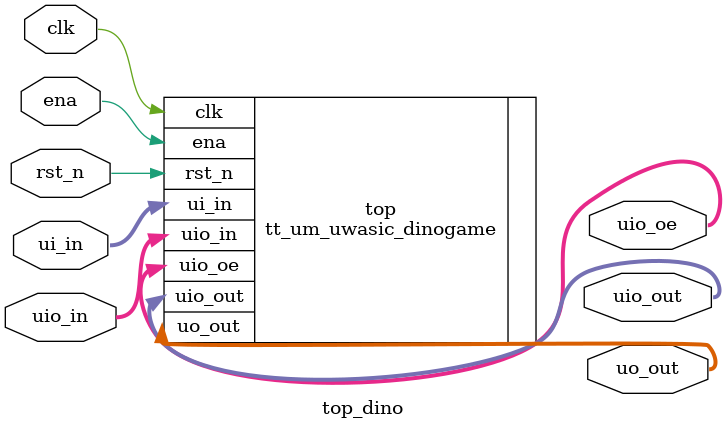
<source format=v>
/*
 * Copyright (c) 2024 Your Name
 * SPDX-License-Identifier: Apache-2.0
 */

`default_nettype none 
 
module top_dino (
    input  wire [7:0] ui_in,    // Dedicated inputs
    output wire [7:0] uo_out,   // Dedicated outputs
    input  wire [7:0] uio_in,   // IOs: Input path
    output wire [7:0] uio_out,  // IOs: Output path
    output wire [7:0] uio_oe,   // IOs: Enable path (active high: 0=input, 1=output)
    input  wire       ena,      // always 1 when the design is powered, so you can ignore it
    input  wire       clk,      // clock
    input  wire       rst_n     // reset_n - low to reset
);
    tt_um_uwasic_dinogame top (
        .ui_in(ui_in),
        .uo_out(uo_out),
        .uio_in(uio_in),
        .uio_out(uio_out),
        .uio_oe(uio_oe),
        .ena(ena),
        .clk(clk),
        .rst_n(rst_n)
    );

endmodule

</source>
